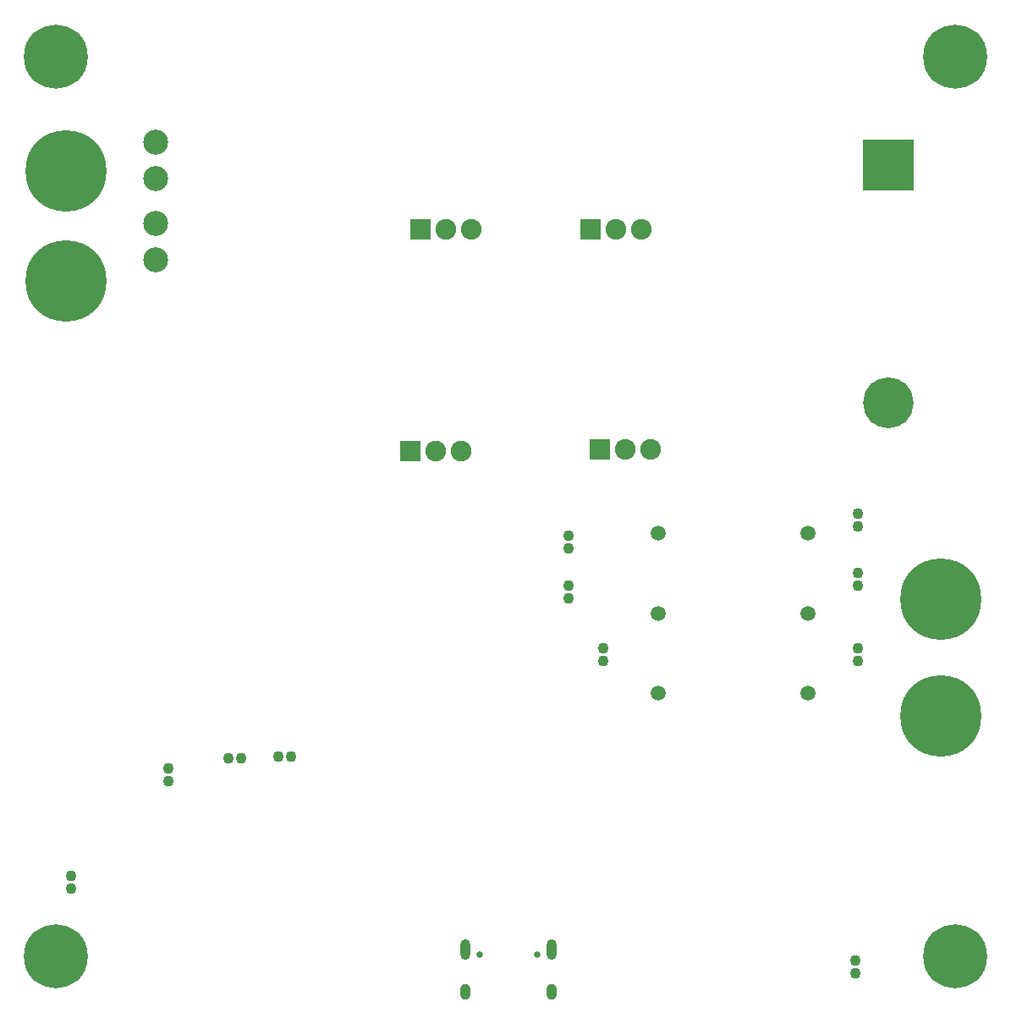
<source format=gbr>
%TF.GenerationSoftware,KiCad,Pcbnew,8.0.8*%
%TF.CreationDate,2025-03-14T18:13:19+01:00*%
%TF.ProjectId,H_bridge_PCB,485f6272-6964-4676-955f-5043422e6b69,rev?*%
%TF.SameCoordinates,Original*%
%TF.FileFunction,Soldermask,Bot*%
%TF.FilePolarity,Negative*%
%FSLAX46Y46*%
G04 Gerber Fmt 4.6, Leading zero omitted, Abs format (unit mm)*
G04 Created by KiCad (PCBNEW 8.0.8) date 2025-03-14 18:13:19*
%MOMM*%
%LPD*%
G01*
G04 APERTURE LIST*
%ADD10C,2.500000*%
%ADD11C,1.100000*%
%ADD12C,8.115000*%
%ADD13C,6.400000*%
%ADD14C,0.650000*%
%ADD15O,1.000000X2.100000*%
%ADD16O,1.000000X1.600000*%
%ADD17R,5.070000X5.070000*%
%ADD18C,5.070000*%
%ADD19R,2.070000X2.070000*%
%ADD20C,2.070000*%
%ADD21C,1.500000*%
G04 APERTURE END LIST*
D10*
%TO.C,U8*%
X65000000Y-74895000D03*
X65000000Y-71235000D03*
X65000000Y-66765000D03*
X65000000Y-63105000D03*
%TD*%
D11*
%TO.C,J10*%
X106250000Y-103750000D03*
X106250000Y-102480000D03*
%TD*%
%TO.C,J11*%
X135250000Y-100230000D03*
X135250000Y-101500000D03*
%TD*%
D12*
%TO.C,TP4*%
X143500000Y-120500000D03*
%TD*%
D11*
%TO.C,J5*%
X135000000Y-146270000D03*
X135000000Y-145000000D03*
%TD*%
D13*
%TO.C,REF\u002A\u002A*%
X145000000Y-144500000D03*
%TD*%
D14*
%TO.C,P1*%
X97360000Y-144395000D03*
X103140000Y-144395000D03*
D15*
X95930000Y-143895000D03*
D16*
X95930000Y-148075000D03*
D15*
X104570000Y-143895000D03*
D16*
X104570000Y-148075000D03*
%TD*%
D13*
%TO.C,REF\u002A\u002A*%
X145000000Y-54500000D03*
%TD*%
D11*
%TO.C,J6*%
X135250000Y-106230000D03*
X135250000Y-107500000D03*
%TD*%
D13*
%TO.C,REF\u002A\u002A*%
X55000000Y-144500000D03*
%TD*%
D17*
%TO.C,L1*%
X138250000Y-65350000D03*
D18*
X138250000Y-89150000D03*
%TD*%
D19*
%TO.C,Q1*%
X91460000Y-71810000D03*
D20*
X94000000Y-71810000D03*
X96540000Y-71810000D03*
%TD*%
D21*
%TO.C,C16*%
X115250000Y-102250000D03*
X130250000Y-102250000D03*
%TD*%
D11*
%TO.C,J7*%
X106250000Y-108750000D03*
X106250000Y-107480000D03*
%TD*%
D19*
%TO.C,Q3*%
X108460000Y-71810000D03*
D20*
X111000000Y-71810000D03*
X113540000Y-71810000D03*
%TD*%
D11*
%TO.C,J9*%
X109750000Y-115000000D03*
X109750000Y-113730000D03*
%TD*%
D19*
%TO.C,Q2*%
X90460000Y-94000000D03*
D20*
X93000000Y-94000000D03*
X95540000Y-94000000D03*
%TD*%
D11*
%TO.C,J4*%
X66250000Y-125750000D03*
X66250000Y-127020000D03*
%TD*%
D19*
%TO.C,Q4*%
X109460000Y-93810000D03*
D20*
X112000000Y-93810000D03*
X114540000Y-93810000D03*
%TD*%
D11*
%TO.C,J1*%
X56500000Y-136500000D03*
X56500000Y-137770000D03*
%TD*%
D13*
%TO.C,REF\u002A\u002A*%
X55000000Y-54500000D03*
%TD*%
D12*
%TO.C,TP1*%
X56000000Y-66000000D03*
%TD*%
D11*
%TO.C,J2*%
X72230000Y-124750000D03*
X73500000Y-124750000D03*
%TD*%
%TO.C,J8*%
X135250000Y-113730000D03*
X135250000Y-115000000D03*
%TD*%
D12*
%TO.C,TP3*%
X143500000Y-108800000D03*
%TD*%
%TO.C,TP2*%
X56000000Y-77000000D03*
%TD*%
D21*
%TO.C,C22*%
X115250000Y-118250000D03*
X130250000Y-118250000D03*
%TD*%
%TO.C,C13*%
X115250000Y-110250000D03*
X130250000Y-110250000D03*
%TD*%
D11*
%TO.C,J3*%
X78500000Y-124550000D03*
X77230000Y-124550000D03*
%TD*%
M02*

</source>
